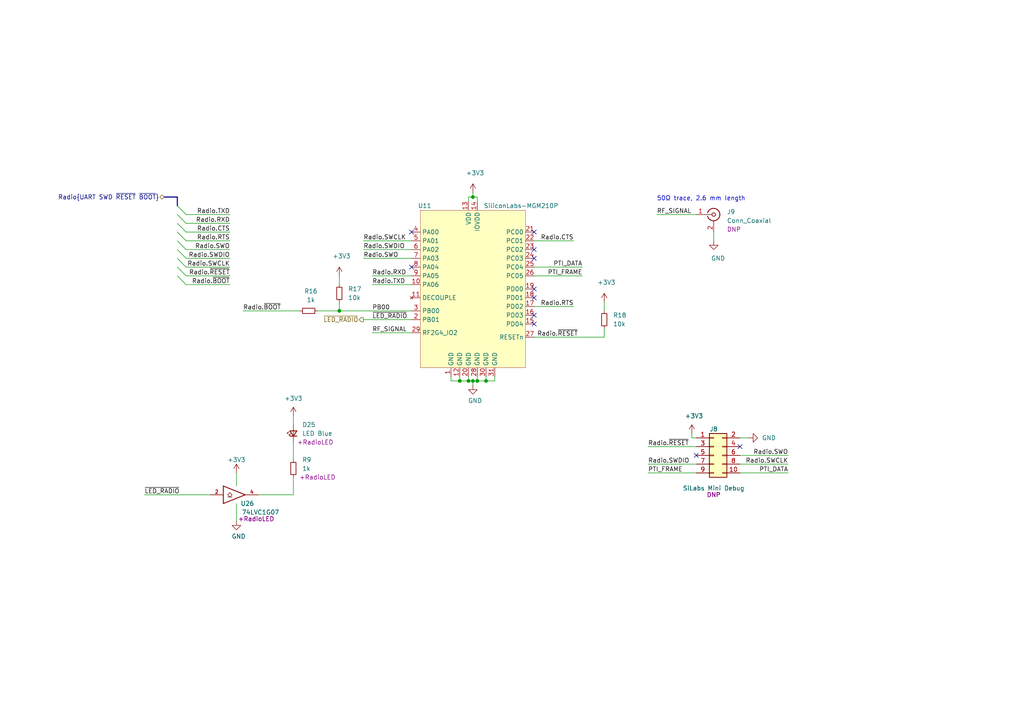
<source format=kicad_sch>
(kicad_sch (version 20210621) (generator eeschema)
  (paper "A4")
  (title_block (title "802.15.4 Radio (Zigbee/Thread)") (date "2021-01-12") (rev "0.1") (company "Nabu Casa") (comment 1 "www.nabucasa.com") (comment 2 "Amber"))
  (lib_symbols
    (symbol "74xGxx:74LVC1G07" (pin_names (offset 1.016))
      (property "Reference" "U" (at -2.54 3.81 0))
      (property "Value" "74LVC1G07" (at 0 -3.81 0))
      (symbol "74LVC1G07_0_1"
        (polyline (pts (xy -2.54 -0.635) (xy -1.27 -0.635)))
        (polyline (pts (xy -3.81 2.54) (xy -3.81 -2.54) (xy 2.54 0) (xy -3.81 2.54)) (stroke (width 0.254)))
        (polyline (pts (xy -1.905 0.635) (xy -2.54 0) (xy -1.905 -0.635) (xy -1.27 0) (xy -1.905 0.635)))
      )
      (symbol "74LVC1G07_1_1"
        (pin input line (at -7.62 0 0) (length 3.81) (name "~") (number "2"))
        (pin power_in line (at 0 -2.54 270) (length 0) hide (name "GND") (number "3"))
        (pin open_collector line (at 6.35 0 180) (length 3.81) (name "~") (number "4"))
        (pin power_in line (at 0 2.54 90) (length 0) hide (name "VCC") (number "5"))
      )
    )
    (symbol "Amber:SiliconLabs-MGM210P"
      (property "Reference" "U" (at -13.97 24.13 0))
      (property "Value" "SiliconLabs-MGM210P" (at 19.05 -25.4 0))
      (symbol "SiliconLabs-MGM210P_0_1"
        (rectangle (start -15.24 22.86) (end 15.24 -22.86) (stroke (width 0.001)) (fill (type background)))
      )
      (symbol "SiliconLabs-MGM210P_1_1"
        (pin power_in line (at -6.35 -25.4 90) (length 2.54) (name "GND") (number "1"))
        (pin bidirectional line (at -17.78 1.27 0) (length 2.54) (name "PA06") (number "10"))
        (pin no_connect line (at -17.78 -2.54 0) (length 2.54) (name "DECOUPLE") (number "11"))
        (pin power_in line (at -3.81 -25.4 90) (length 2.54) (name "GND") (number "12"))
        (pin power_in line (at -1.27 25.4 270) (length 2.54) (name "VDD") (number "13"))
        (pin power_in line (at 1.27 25.4 270) (length 2.54) (name "IOVDD") (number "14"))
        (pin bidirectional line (at 17.78 -10.16 180) (length 2.54) (name "PD04") (number "15"))
        (pin bidirectional line (at 17.78 -7.62 180) (length 2.54) (name "PD03") (number "16"))
        (pin bidirectional line (at 17.78 -5.08 180) (length 2.54) (name "PD02") (number "17"))
        (pin bidirectional line (at 17.78 -2.54 180) (length 2.54) (name "PD01") (number "18"))
        (pin bidirectional line (at 17.78 0 180) (length 2.54) (name "PD00") (number "19"))
        (pin bidirectional line (at -17.78 -8.89 0) (length 2.54) (name "PB01") (number "2"))
        (pin power_in line (at -1.27 -25.4 90) (length 2.54) (name "GND") (number "20"))
        (pin bidirectional line (at 17.78 16.51 180) (length 2.54) (name "PC00") (number "21"))
        (pin bidirectional line (at 17.78 13.97 180) (length 2.54) (name "PC01") (number "22"))
        (pin bidirectional line (at 17.78 11.43 180) (length 2.54) (name "PC02") (number "23"))
        (pin bidirectional line (at 17.78 8.89 180) (length 2.54) (name "PC03") (number "24"))
        (pin bidirectional line (at 17.78 6.35 180) (length 2.54) (name "PC04") (number "25"))
        (pin bidirectional line (at 17.78 3.81 180) (length 2.54) (name "PC05") (number "26"))
        (pin bidirectional line (at 17.78 -13.97 180) (length 2.54) (name "RESETn") (number "27"))
        (pin power_in line (at 1.27 -25.4 90) (length 2.54) (name "GND") (number "28"))
        (pin input line (at -17.78 -12.7 0) (length 2.54) (name "RF2G4_IO2") (number "29"))
        (pin bidirectional line (at -17.78 -6.35 0) (length 2.54) (name "PB00") (number "3"))
        (pin power_in line (at 3.81 -25.4 90) (length 2.54) (name "GND") (number "30"))
        (pin power_in line (at 6.35 -25.4 90) (length 2.54) (name "GND") (number "31"))
        (pin bidirectional line (at -17.78 16.51 0) (length 2.54) (name "PA00") (number "4"))
        (pin bidirectional line (at -17.78 13.97 0) (length 2.54) (name "PA01") (number "5"))
        (pin bidirectional line (at -17.78 11.43 0) (length 2.54) (name "PA02") (number "6"))
        (pin bidirectional line (at -17.78 8.89 0) (length 2.54) (name "PA03") (number "7"))
        (pin bidirectional line (at -17.78 6.35 0) (length 2.54) (name "PA04") (number "8"))
        (pin bidirectional line (at -17.78 3.81 0) (length 2.54) (name "PA05") (number "9"))
      )
    )
    (symbol "Connector:Conn_Coaxial" (pin_names (offset 1.016) hide)
      (property "Reference" "J" (at 0.254 3.048 0))
      (property "Value" "Conn_Coaxial" (at 2.921 0 90))
      (symbol "Conn_Coaxial_0_1"
        (arc (start -1.778 0.508) (end 1.778 0) (radius (at -0.0508 0) (length 1.8034) (angles 163.6 0)) (stroke (width 0.254)))
        (arc (start 1.778 0) (end -1.778 -0.508) (radius (at -0.0254 0) (length 1.8034) (angles 0 -163.8)) (stroke (width 0.254)))
        (circle (center 0 0) (radius 0.508) (stroke (width 0.2032)))
        (polyline (pts (xy -2.54 0) (xy -0.508 0)))
        (polyline (pts (xy 0 -2.54) (xy 0 -1.778)))
      )
      (symbol "Conn_Coaxial_1_1"
        (pin passive line (at -5.08 0 0) (length 2.54) (name "In") (number "1"))
        (pin passive line (at 0 -5.08 90) (length 2.54) (name "Ext") (number "2"))
      )
    )
    (symbol "Connector_Generic:Conn_02x05_Odd_Even" (pin_names (offset 1.016) hide)
      (property "Reference" "J" (at 1.27 7.62 0))
      (property "Value" "Conn_02x05_Odd_Even" (at 1.27 -7.62 0))
      (symbol "Conn_02x05_Odd_Even_1_1"
        (rectangle (start -1.27 -4.953) (end 0 -5.207) (stroke (width 0.1524)))
        (rectangle (start -1.27 -2.413) (end 0 -2.667) (stroke (width 0.1524)))
        (rectangle (start -1.27 0.127) (end 0 -0.127) (stroke (width 0.1524)))
        (rectangle (start -1.27 2.667) (end 0 2.413) (stroke (width 0.1524)))
        (rectangle (start -1.27 5.207) (end 0 4.953) (stroke (width 0.1524)))
        (rectangle (start 3.81 -4.953) (end 2.54 -5.207) (stroke (width 0.1524)))
        (rectangle (start 3.81 -2.413) (end 2.54 -2.667) (stroke (width 0.1524)))
        (rectangle (start 3.81 0.127) (end 2.54 -0.127) (stroke (width 0.1524)))
        (rectangle (start 3.81 2.667) (end 2.54 2.413) (stroke (width 0.1524)))
        (rectangle (start 3.81 5.207) (end 2.54 4.953) (stroke (width 0.1524)))
        (rectangle (start -1.27 6.35) (end 3.81 -6.35) (stroke (width 0.254)) (fill (type background)))
        (pin passive line (at -5.08 5.08 0) (length 3.81) (name "Pin_1") (number "1"))
        (pin passive line (at 7.62 -5.08 180) (length 3.81) (name "Pin_10") (number "10"))
        (pin passive line (at 7.62 5.08 180) (length 3.81) (name "Pin_2") (number "2"))
        (pin passive line (at -5.08 2.54 0) (length 3.81) (name "Pin_3") (number "3"))
        (pin passive line (at 7.62 2.54 180) (length 3.81) (name "Pin_4") (number "4"))
        (pin passive line (at -5.08 0 0) (length 3.81) (name "Pin_5") (number "5"))
        (pin passive line (at 7.62 0 180) (length 3.81) (name "Pin_6") (number "6"))
        (pin passive line (at -5.08 -2.54 0) (length 3.81) (name "Pin_7") (number "7"))
        (pin passive line (at 7.62 -2.54 180) (length 3.81) (name "Pin_8") (number "8"))
        (pin passive line (at -5.08 -5.08 0) (length 3.81) (name "Pin_9") (number "9"))
      )
    )
    (symbol "Device:LED_Small" (pin_numbers hide) (pin_names (offset 0.254) hide)
      (property "Reference" "D" (at -1.27 3.175 0))
      (property "Value" "LED_Small" (at -4.445 -2.54 0))
      (symbol "LED_Small_0_1"
        (polyline (pts (xy -0.762 -1.016) (xy -0.762 1.016)) (stroke (width 0.254)))
        (polyline (pts (xy 1.016 0) (xy -0.762 0)))
        (polyline (pts (xy 0.762 -1.016) (xy -0.762 0) (xy 0.762 1.016) (xy 0.762 -1.016)) (stroke (width 0.254)))
        (polyline (pts (xy 0 0.762) (xy -0.508 1.27) (xy -0.254 1.27) (xy -0.508 1.27) (xy -0.508 1.016)))
        (polyline (pts (xy 0.508 1.27) (xy 0 1.778) (xy 0.254 1.778) (xy 0 1.778) (xy 0 1.524)))
      )
      (symbol "LED_Small_1_1"
        (pin passive line (at -2.54 0 0) (length 1.778) (name "K") (number "1"))
        (pin passive line (at 2.54 0 180) (length 1.778) (name "A") (number "2"))
      )
    )
    (symbol "Device:R_Small" (pin_numbers hide) (pin_names (offset 0.254) hide)
      (property "Reference" "R" (at 0.762 0.508 0))
      (property "Value" "R_Small" (at 0.762 -1.016 0))
      (symbol "R_Small_0_1"
        (rectangle (start -0.762 1.778) (end 0.762 -1.778) (stroke (width 0.2032)))
      )
      (symbol "R_Small_1_1"
        (pin passive line (at 0 2.54 270) (length 0.762) (name "~") (number "1"))
        (pin passive line (at 0 -2.54 90) (length 0.762) (name "~") (number "2"))
      )
    )
    (symbol "power:+3V3" (power) (pin_names (offset 0))
      (property "Value" "+3V3" (at 0 3.556 0))
      (symbol "+3V3_0_1"
        (polyline (pts (xy -0.762 1.27) (xy 0 2.54)))
        (polyline (pts (xy 0 0) (xy 0 2.54)))
        (polyline (pts (xy 0 2.54) (xy 0.762 1.27)))
      )
      (symbol "+3V3_1_1"
        (pin power_in line (at 0 0 90) (length 0) hide (name "+3V3") (number "1"))
      )
    )
    (symbol "power:GND" (power) (pin_names (offset 0))
      (property "Value" "GND" (at 0 -3.81 0))
      (symbol "GND_0_1"
        (polyline (pts (xy 0 0) (xy 0 -1.27) (xy 1.27 -1.27) (xy 0 -2.54) (xy -1.27 -1.27) (xy 0 -1.27)))
      )
      (symbol "GND_1_1"
        (pin power_in line (at 0 0 270) (length 0) hide (name "GND") (number "1"))
      )
    )
  )
  (bus_alias "SWD" (members "SWDIO" "SWCLK" "SWO"))
  (junction (at 98.425 90.17) (diameter 0.9144))
  (junction (at 133.35 110.49) (diameter 0.9144))
  (junction (at 135.89 110.49) (diameter 0.9144))
  (junction (at 137.16 57.15) (diameter 0.9144))
  (junction (at 137.16 110.49) (diameter 0.9144))
  (junction (at 138.43 110.49) (diameter 0.9144))
  (junction (at 140.97 110.49) (diameter 0.9144))
  (no_connect (at 119.38 67.31))
  (no_connect (at 119.38 77.47))
  (no_connect (at 154.94 67.31))
  (no_connect (at 154.94 72.39))
  (no_connect (at 154.94 74.93))
  (no_connect (at 154.94 83.82))
  (no_connect (at 154.94 86.36))
  (no_connect (at 154.94 91.44))
  (no_connect (at 154.94 93.98))
  (no_connect (at 201.93 132.08))
  (no_connect (at 214.63 129.54))
  (bus_entry (at 51.435 59.69) (size 2.54 2.54) (stroke (width 0.1524)))
  (bus_entry (at 51.435 62.23) (size 2.54 2.54) (stroke (width 0.1524)))
  (bus_entry (at 51.435 64.77) (size 2.54 2.54) (stroke (width 0.1524)))
  (bus_entry (at 51.435 67.31) (size 2.54 2.54) (stroke (width 0.1524)))
  (bus_entry (at 51.435 69.85) (size 2.54 2.54) (stroke (width 0.1524)))
  (bus_entry (at 51.435 72.39) (size 2.54 2.54) (stroke (width 0.1524)))
  (bus_entry (at 51.435 74.93) (size 2.54 2.54) (stroke (width 0.1524)))
  (bus_entry (at 51.435 77.47) (size 2.54 2.54) (stroke (width 0.1524)))
  (bus_entry (at 51.435 80.01) (size 2.54 2.54) (stroke (width 0.1524)))
  (wire (pts (xy 41.91 143.51) (xy 60.96 143.51)))
  (wire (pts (xy 53.975 62.23) (xy 66.675 62.23)))
  (wire (pts (xy 53.975 64.77) (xy 66.675 64.77)))
  (wire (pts (xy 53.975 67.31) (xy 66.675 67.31)))
  (wire (pts (xy 53.975 69.85) (xy 66.675 69.85)))
  (wire (pts (xy 53.975 72.39) (xy 66.675 72.39)))
  (wire (pts (xy 53.975 74.93) (xy 66.675 74.93)))
  (wire (pts (xy 53.975 77.47) (xy 66.675 77.47)))
  (wire (pts (xy 53.975 80.01) (xy 66.675 80.01)))
  (wire (pts (xy 53.975 82.55) (xy 66.675 82.55)))
  (wire (pts (xy 68.58 137.16) (xy 68.58 140.97)))
  (wire (pts (xy 68.58 146.05) (xy 68.58 151.13)))
  (wire (pts (xy 70.485 90.17) (xy 86.995 90.17)))
  (wire (pts (xy 74.93 143.51) (xy 85.09 143.51)))
  (wire (pts (xy 85.09 120.65) (xy 85.09 123.19)))
  (wire (pts (xy 85.09 128.27) (xy 85.09 133.35)))
  (wire (pts (xy 85.09 138.43) (xy 85.09 143.51)))
  (wire (pts (xy 92.075 90.17) (xy 98.425 90.17)))
  (wire (pts (xy 98.425 80.01) (xy 98.425 82.55)))
  (wire (pts (xy 98.425 87.63) (xy 98.425 90.17)))
  (wire (pts (xy 98.425 90.17) (xy 119.38 90.17)))
  (wire (pts (xy 105.41 69.85) (xy 119.38 69.85)))
  (wire (pts (xy 105.41 72.39) (xy 119.38 72.39)))
  (wire (pts (xy 105.41 74.93) (xy 119.38 74.93)))
  (wire (pts (xy 105.41 92.71) (xy 119.38 92.71)))
  (wire (pts (xy 107.95 80.01) (xy 119.38 80.01)))
  (wire (pts (xy 107.95 82.55) (xy 119.38 82.55)))
  (wire (pts (xy 107.95 96.52) (xy 119.38 96.52)))
  (wire (pts (xy 130.81 110.49) (xy 130.81 109.22)))
  (wire (pts (xy 133.35 109.22) (xy 133.35 110.49)))
  (wire (pts (xy 133.35 110.49) (xy 130.81 110.49)))
  (wire (pts (xy 135.89 57.15) (xy 135.89 58.42)))
  (wire (pts (xy 135.89 109.22) (xy 135.89 110.49)))
  (wire (pts (xy 135.89 110.49) (xy 133.35 110.49)))
  (wire (pts (xy 137.16 55.88) (xy 137.16 57.15)))
  (wire (pts (xy 137.16 57.15) (xy 135.89 57.15)))
  (wire (pts (xy 137.16 57.15) (xy 138.43 57.15)))
  (wire (pts (xy 137.16 110.49) (xy 135.89 110.49)))
  (wire (pts (xy 137.16 110.49) (xy 138.43 110.49)))
  (wire (pts (xy 137.16 111.76) (xy 137.16 110.49)))
  (wire (pts (xy 138.43 57.15) (xy 138.43 58.42)))
  (wire (pts (xy 138.43 110.49) (xy 138.43 109.22)))
  (wire (pts (xy 138.43 110.49) (xy 140.97 110.49)))
  (wire (pts (xy 140.97 110.49) (xy 140.97 109.22)))
  (wire (pts (xy 140.97 110.49) (xy 143.51 110.49)))
  (wire (pts (xy 143.51 110.49) (xy 143.51 109.22)))
  (wire (pts (xy 154.94 69.85) (xy 166.37 69.85)))
  (wire (pts (xy 154.94 88.9) (xy 166.37 88.9)))
  (wire (pts (xy 154.94 97.79) (xy 175.26 97.79)))
  (wire (pts (xy 168.91 77.47) (xy 154.94 77.47)))
  (wire (pts (xy 168.91 80.01) (xy 154.94 80.01)))
  (wire (pts (xy 175.26 87.63) (xy 175.26 90.17)))
  (wire (pts (xy 175.26 95.25) (xy 175.26 97.79)))
  (wire (pts (xy 187.96 129.54) (xy 201.93 129.54)))
  (wire (pts (xy 187.96 134.62) (xy 201.93 134.62)))
  (wire (pts (xy 187.96 137.16) (xy 201.93 137.16)))
  (wire (pts (xy 190.5 62.23) (xy 201.93 62.23)))
  (wire (pts (xy 200.66 125.73) (xy 200.66 127)))
  (wire (pts (xy 200.66 127) (xy 201.93 127)))
  (wire (pts (xy 207.01 67.31) (xy 207.01 69.85)))
  (wire (pts (xy 214.63 127) (xy 217.17 127)))
  (wire (pts (xy 228.6 132.08) (xy 214.63 132.08)))
  (wire (pts (xy 228.6 134.62) (xy 214.63 134.62)))
  (wire (pts (xy 228.6 137.16) (xy 214.63 137.16)))
  (bus (pts (xy 47.625 57.15) (xy 51.435 57.15)))
  (bus (pts (xy 51.435 57.15) (xy 51.435 80.01)))
  (text "50Ω trace, 2.6 mm length" (at 190.5 58.42 0) (effects (font (size 1.27 1.27)) (justify left bottom)))
  (label "~{LED_RADIO}" (at 41.91 143.51 0))
  (label "Radio.TXD" (at 66.675 62.23 180))
  (label "Radio.RXD" (at 66.675 64.77 180))
  (label "Radio.CTS" (at 66.675 67.31 180))
  (label "Radio.RTS" (at 66.675 69.85 180))
  (label "Radio.SWO" (at 66.675 72.39 180))
  (label "Radio.SWDIO" (at 66.675 74.93 180))
  (label "Radio.SWCLK" (at 66.675 77.47 180))
  (label "Radio.~{RESET}" (at 66.675 80.01 180))
  (label "Radio.~{BOOT}" (at 66.675 82.55 180))
  (label "Radio.~{BOOT}" (at 70.485 90.17 0))
  (label "Radio.SWCLK" (at 105.41 69.85 0))
  (label "Radio.SWDIO" (at 105.41 72.39 0))
  (label "Radio.SWO" (at 105.41 74.93 0))
  (label "Radio.RXD" (at 107.95 80.01 0))
  (label "Radio.TXD" (at 107.95 82.55 0))
  (label "PB00" (at 107.95 90.17 0))
  (label "~{LED_RADIO}" (at 107.95 92.71 0))
  (label "RF_SIGNAL" (at 107.95 96.52 0))
  (label "Radio.CTS" (at 166.37 69.85 180))
  (label "Radio.RTS" (at 166.37 88.9 180))
  (label "Radio.~{RESET}" (at 167.64 97.79 180))
  (label "PTI_DATA" (at 168.91 77.47 180))
  (label "PTI_FRAME" (at 168.91 80.01 180))
  (label "Radio.~{RESET}" (at 187.96 129.54 0))
  (label "Radio.SWDIO" (at 187.96 134.62 0))
  (label "PTI_FRAME" (at 187.96 137.16 0))
  (label "RF_SIGNAL" (at 190.5 62.23 0))
  (label "Radio.SWO" (at 228.6 132.08 180))
  (label "Radio.SWCLK" (at 228.6 134.62 180))
  (label "PTI_DATA" (at 228.6 137.16 180))
  (hierarchical_label "Radio{UART SWD ~{RESET} ~{BOOT}}" (shape bidirectional) (at 47.625 57.15 180))
  (hierarchical_label "~{LED_RADIO}" (shape output) (at 105.41 92.71 180))
  (symbol (lib_id "power:+3V3") (at 68.58 137.16 0) (unit 1)
    (property "Reference" "#PWR0210" (effects hide))
    (property "Value" "+3V3" (at 68.58 133.35 0))
  )
  (symbol (lib_id "power:+3V3") (at 85.09 120.65 0) (unit 1)
    (property "Reference" "#PWR0212" (effects hide))
    (property "Value" "+3V3" (at 85.09 115.57 0))
  )
  (symbol (lib_id "power:+3V3") (at 98.425 80.01 0) (unit 1)
    (property "Reference" "#PWR055" (effects hide))
    (property "Value" "+3V3" (at 99.06 74.295 0))
  )
  (symbol (lib_id "power:+3V3") (at 137.16 55.88 0) (unit 1)
    (property "Reference" "#PWR058" (effects hide))
    (property "Value" "+3V3" (at 137.795 50.165 0))
  )
  (symbol (lib_id "power:+3V3") (at 175.26 87.63 0) (unit 1)
    (property "Reference" "#PWR060" (effects hide))
    (property "Value" "+3V3" (at 175.895 81.915 0))
  )
  (symbol (lib_id "power:+3V3") (at 200.66 125.73 0) (unit 1)
    (property "Reference" "#PWR056" (effects hide))
    (property "Value" "+3V3" (at 201.295 120.65 0))
  )
  (symbol (lib_id "power:GND") (at 68.58 151.13 0) (unit 1)
    (property "Reference" "#PWR0211" (effects hide))
    (property "Value" "GND" (at 69.215 155.575 0))
  )
  (symbol (lib_id "power:GND") (at 137.16 111.76 0) (unit 1)
    (property "Reference" "#PWR059" (effects hide))
    (property "Value" "GND" (at 137.795 116.205 0))
  )
  (symbol (lib_id "power:GND") (at 207.01 69.85 0) (unit 1)
    (property "Reference" "#PWR061" (effects hide))
    (property "Value" "GND" (at 208.28 74.93 0))
  )
  (symbol (lib_id "power:GND") (at 217.17 127 90) (unit 1)
    (property "Reference" "#PWR057" (effects hide))
    (property "Value" "GND" (at 220.98 127 90) (effects (justify right)))
  )
  (symbol (lib_id "Device:R_Small") (at 85.09 135.89 0) (unit 1)
    (property "Reference" "R9" (at 87.63 133.35 0) (effects (justify left)))
    (property "Value" "1k" (at 87.63 135.89 0) (effects (justify left)))
    (property "Footprint" "Resistor_SMD:R_0402_1005Metric" (effects hide))
    (property "Config" "+RadioLED" (at 92.075 138.43 0))
  )
  (symbol (lib_id "Device:R_Small") (at 89.535 90.17 90) (unit 1)
    (property "Reference" "R16" (at 90.17 84.455 90))
    (property "Value" "1k" (at 90.17 86.995 90))
    (property "Footprint" "Resistor_SMD:R_0402_1005Metric" (effects hide))
  )
  (symbol (lib_id "Device:R_Small") (at 98.425 85.09 180) (unit 1)
    (property "Reference" "R17" (at 100.965 83.82 0) (effects (justify right)))
    (property "Value" "10k" (at 100.965 86.36 0) (effects (justify right)))
    (property "Footprint" "Resistor_SMD:R_0402_1005Metric" (effects hide))
  )
  (symbol (lib_id "Device:R_Small") (at 175.26 92.71 180) (unit 1)
    (property "Reference" "R18" (at 177.8 91.44 0) (effects (justify right)))
    (property "Value" "10k" (at 177.8 93.98 0) (effects (justify right)))
    (property "Footprint" "Resistor_SMD:R_0402_1005Metric" (effects hide))
  )
  (symbol (lib_id "Device:LED_Small") (at 85.09 125.73 90) (unit 1)
    (property "Reference" "D25" (at 87.63 123.19 90) (effects (justify right)))
    (property "Value" "LED Blue" (at 87.63 125.73 90) (effects (justify right)))
    (property "Footprint" "LED_SMD:LED_0603_1608Metric" (effects hide))
    (property "Datasheet" "https://datasheet.lcsc.com/lcsc/1810101813_Everlight-Elec-19-213-Y2C-CQ2R2L-3T-CY_C72038.pdf" (effects hide))
    (property "Manufacturer" "Everlight Elec" (effects hide))
    (property "PartNumber" "19-217/BHC-ZL1M2RY/3T" (effects hide))
    (property "Config" "+RadioLED" (at 91.44 128.27 90))
  )
  (symbol (lib_id "Connector:Conn_Coaxial") (at 207.01 62.23 0) (unit 1)
    (property "Reference" "J9" (at 210.82 61.4552 0) (effects (justify left)))
    (property "Value" "Conn_Coaxial" (at 210.82 63.9952 0) (effects (justify left)))
    (property "Footprint" "Connector_Coaxial:U.FL_Hirose_U.FL-R-SMT-1_Vertical" (effects hide))
    (property "Datasheet" " ~" (effects hide))
    (property "Manufacturer" "Linx Technologies" (effects hide))
    (property "PartNumber" "CONUFL001-SMD-T" (effects hide))
    (property "Config" "DNP" (at 210.82 66.5352 0) (effects (justify left)))
  )
  (symbol (lib_id "74xGxx:74LVC1G07") (at 68.58 143.51 0) (unit 1)
    (property "Reference" "U26" (at 71.755 146.05 0))
    (property "Value" "74LVC1G07" (at 75.565 148.59 0))
    (property "Footprint" "Package_TO_SOT_SMD:SOT-23-5" (effects hide))
    (property "Datasheet" "https://www.ti.com/lit/sg/scyt129g/scyt129g.pdf" (effects hide))
    (property "Manufacturer" "Texas Instruments" (effects hide))
    (property "PartNumber" "SN74LVC1G07DBV" (effects hide))
    (property "Config" "+RadioLED" (at 74.295 150.495 0))
  )
  (symbol (lib_id "Connector_Generic:Conn_02x05_Odd_Even") (at 207.01 132.08 0) (unit 1)
    (property "Reference" "J8" (at 207.01 124.46 0))
    (property "Value" "SiLabs Mini Debug" (at 207.01 141.605 0))
    (property "Footprint" "Connector_PinHeader_1.27mm:PinHeader_2x05_P1.27mm_Vertical" (effects hide))
    (property "Config" "DNP" (at 207.01 143.51 0))
  )
  (symbol (lib_id "Amber:SiliconLabs-MGM210P") (at 137.16 83.82 0) (unit 1)
    (property "Reference" "U11" (at 123.19 59.69 0))
    (property "Value" "SiliconLabs-MGM210P" (at 151.13 59.69 0))
    (property "Footprint" "Amber:SiliconLabs_MGM210P" (effects hide))
    (property "Datasheet" "https://www.silabs.com/documents/public/data-sheets/mgm210p-datasheet.pdf" (effects hide))
    (property "Manufacturer" "Silicon Laboratories" (effects hide))
    (property "PartNumber" "MGM210PA32JIA2" (effects hide))
  )
)
</source>
